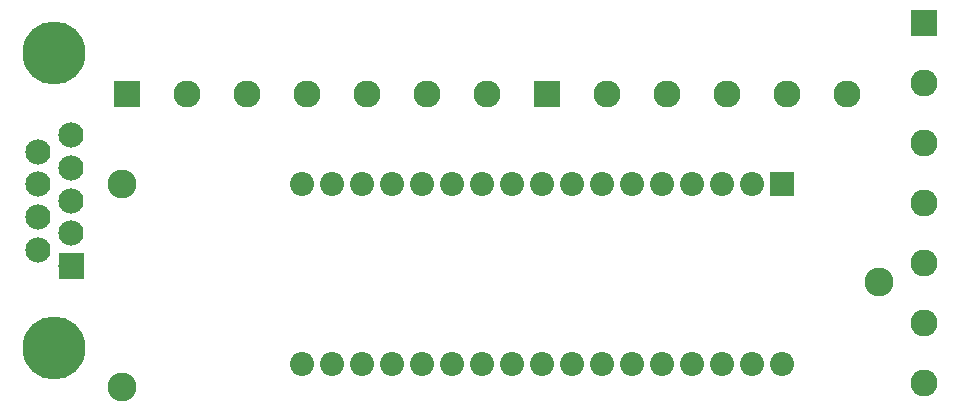
<source format=gbs>
G04 MADE WITH FRITZING*
G04 WWW.FRITZING.ORG*
G04 DOUBLE SIDED*
G04 HOLES PLATED*
G04 CONTOUR ON CENTER OF CONTOUR VECTOR*
%ASAXBY*%
%FSLAX23Y23*%
%MOIN*%
%OFA0B0*%
%SFA1.0B1.0*%
%ADD10C,0.080555*%
%ADD11C,0.080583*%
%ADD12C,0.090000*%
%ADD13C,0.084000*%
%ADD14C,0.210000*%
%ADD15C,0.096614*%
%ADD16R,0.080542X0.080570*%
%ADD17R,0.090000X0.090000*%
%ADD18R,0.001000X0.001000*%
%LNMASK0*%
G90*
G70*
G54D10*
X2553Y773D03*
X2453Y773D03*
X2353Y773D03*
X2253Y773D03*
X2153Y773D03*
X2053Y773D03*
X1953Y773D03*
X1853Y773D03*
X1753Y773D03*
G54D11*
X1653Y773D03*
X1553Y773D03*
X1453Y773D03*
G54D10*
X1353Y773D03*
X1253Y773D03*
G54D11*
X1153Y773D03*
X1053Y773D03*
X953Y773D03*
G54D10*
X2553Y173D03*
X2453Y173D03*
X2353Y173D03*
X2253Y173D03*
X2153Y173D03*
X2053Y173D03*
X1753Y173D03*
G54D11*
X1653Y173D03*
G54D10*
X1853Y173D03*
X1953Y173D03*
G54D11*
X1553Y173D03*
X1453Y173D03*
G54D10*
X1353Y173D03*
X1253Y173D03*
G54D11*
X1153Y173D03*
X1053Y173D03*
X953Y173D03*
G54D12*
X1771Y1073D03*
X1971Y1073D03*
X2171Y1073D03*
X2371Y1073D03*
X2571Y1073D03*
X2771Y1073D03*
X371Y1073D03*
X571Y1073D03*
X771Y1073D03*
X971Y1073D03*
X1171Y1073D03*
X1371Y1073D03*
X1571Y1073D03*
G54D13*
X184Y500D03*
X184Y609D03*
X184Y718D03*
X184Y827D03*
X184Y936D03*
X72Y555D03*
X72Y664D03*
X72Y773D03*
X72Y882D03*
G54D14*
X128Y226D03*
X128Y1211D03*
G54D12*
X3028Y1309D03*
X3028Y1109D03*
X3028Y909D03*
X3028Y709D03*
X3028Y509D03*
X3028Y309D03*
X3028Y109D03*
G54D15*
X2878Y448D03*
X353Y773D03*
X353Y98D03*
G54D16*
X2553Y773D03*
G54D17*
X1771Y1073D03*
X371Y1073D03*
X3028Y1309D03*
G54D18*
X143Y542D02*
X226Y542D01*
X143Y541D02*
X226Y541D01*
X143Y540D02*
X226Y540D01*
X143Y539D02*
X226Y539D01*
X143Y538D02*
X226Y538D01*
X143Y537D02*
X226Y537D01*
X143Y536D02*
X226Y536D01*
X143Y535D02*
X226Y535D01*
X143Y534D02*
X226Y534D01*
X143Y533D02*
X226Y533D01*
X143Y532D02*
X226Y532D01*
X143Y531D02*
X226Y531D01*
X143Y530D02*
X226Y530D01*
X143Y529D02*
X226Y529D01*
X143Y528D02*
X226Y528D01*
X143Y527D02*
X226Y527D01*
X143Y526D02*
X226Y526D01*
X143Y525D02*
X226Y525D01*
X143Y524D02*
X226Y524D01*
X143Y523D02*
X226Y523D01*
X143Y522D02*
X226Y522D01*
X143Y521D02*
X226Y521D01*
X143Y520D02*
X226Y520D01*
X143Y519D02*
X226Y519D01*
X143Y518D02*
X226Y518D01*
X143Y517D02*
X226Y517D01*
X143Y516D02*
X226Y516D01*
X143Y515D02*
X180Y515D01*
X189Y515D02*
X226Y515D01*
X143Y514D02*
X177Y514D01*
X192Y514D02*
X226Y514D01*
X143Y513D02*
X176Y513D01*
X194Y513D02*
X226Y513D01*
X143Y512D02*
X174Y512D01*
X195Y512D02*
X226Y512D01*
X143Y511D02*
X173Y511D01*
X196Y511D02*
X226Y511D01*
X143Y510D02*
X172Y510D01*
X197Y510D02*
X226Y510D01*
X143Y509D02*
X172Y509D01*
X198Y509D02*
X226Y509D01*
X143Y508D02*
X171Y508D01*
X198Y508D02*
X226Y508D01*
X143Y507D02*
X170Y507D01*
X199Y507D02*
X226Y507D01*
X143Y506D02*
X170Y506D01*
X199Y506D02*
X226Y506D01*
X143Y505D02*
X170Y505D01*
X199Y505D02*
X226Y505D01*
X143Y504D02*
X169Y504D01*
X200Y504D02*
X226Y504D01*
X143Y503D02*
X169Y503D01*
X200Y503D02*
X226Y503D01*
X143Y502D02*
X169Y502D01*
X200Y502D02*
X226Y502D01*
X143Y501D02*
X169Y501D01*
X200Y501D02*
X226Y501D01*
X143Y500D02*
X169Y500D01*
X200Y500D02*
X226Y500D01*
X143Y499D02*
X169Y499D01*
X200Y499D02*
X226Y499D01*
X143Y498D02*
X169Y498D01*
X200Y498D02*
X226Y498D01*
X143Y497D02*
X169Y497D01*
X200Y497D02*
X226Y497D01*
X143Y496D02*
X170Y496D01*
X199Y496D02*
X226Y496D01*
X143Y495D02*
X170Y495D01*
X199Y495D02*
X226Y495D01*
X143Y494D02*
X171Y494D01*
X199Y494D02*
X226Y494D01*
X143Y493D02*
X171Y493D01*
X198Y493D02*
X226Y493D01*
X143Y492D02*
X172Y492D01*
X197Y492D02*
X226Y492D01*
X143Y491D02*
X173Y491D01*
X196Y491D02*
X226Y491D01*
X143Y490D02*
X174Y490D01*
X196Y490D02*
X226Y490D01*
X143Y489D02*
X175Y489D01*
X194Y489D02*
X226Y489D01*
X143Y488D02*
X176Y488D01*
X193Y488D02*
X226Y488D01*
X143Y487D02*
X178Y487D01*
X191Y487D02*
X226Y487D01*
X143Y486D02*
X181Y486D01*
X188Y486D02*
X226Y486D01*
X143Y485D02*
X226Y485D01*
X143Y484D02*
X226Y484D01*
X143Y483D02*
X226Y483D01*
X143Y482D02*
X226Y482D01*
X143Y481D02*
X226Y481D01*
X143Y480D02*
X226Y480D01*
X143Y479D02*
X226Y479D01*
X143Y478D02*
X226Y478D01*
X143Y477D02*
X226Y477D01*
X143Y476D02*
X226Y476D01*
X143Y475D02*
X226Y475D01*
X143Y474D02*
X226Y474D01*
X143Y473D02*
X226Y473D01*
X143Y472D02*
X226Y472D01*
X143Y471D02*
X226Y471D01*
X143Y470D02*
X226Y470D01*
X143Y469D02*
X226Y469D01*
X143Y468D02*
X226Y468D01*
X143Y467D02*
X226Y467D01*
X143Y466D02*
X226Y466D01*
X143Y465D02*
X226Y465D01*
X143Y464D02*
X226Y464D01*
X143Y463D02*
X226Y463D01*
X143Y462D02*
X226Y462D01*
X143Y461D02*
X226Y461D01*
X143Y460D02*
X226Y460D01*
X143Y459D02*
X226Y459D01*
D02*
G04 End of Mask0*
M02*
</source>
